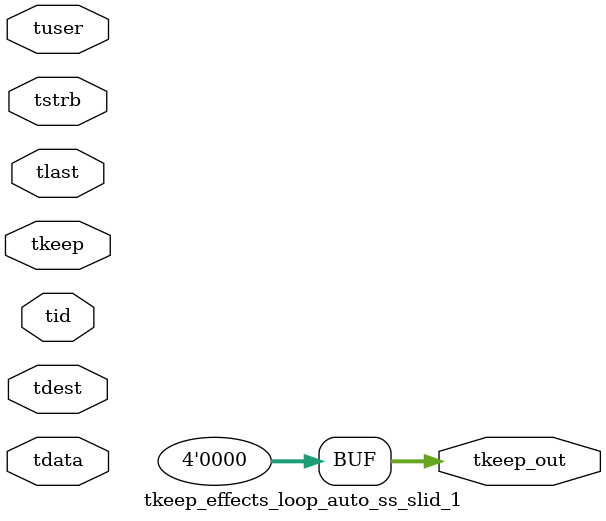
<source format=v>


`timescale 1ps/1ps

module tkeep_effects_loop_auto_ss_slid_1 #
(
parameter C_S_AXIS_TDATA_WIDTH = 32,
parameter C_S_AXIS_TUSER_WIDTH = 0,
parameter C_S_AXIS_TID_WIDTH   = 0,
parameter C_S_AXIS_TDEST_WIDTH = 0,
parameter C_M_AXIS_TDATA_WIDTH = 32
)
(
input  [(C_S_AXIS_TDATA_WIDTH == 0 ? 1 : C_S_AXIS_TDATA_WIDTH)-1:0     ] tdata,
input  [(C_S_AXIS_TUSER_WIDTH == 0 ? 1 : C_S_AXIS_TUSER_WIDTH)-1:0     ] tuser,
input  [(C_S_AXIS_TID_WIDTH   == 0 ? 1 : C_S_AXIS_TID_WIDTH)-1:0       ] tid,
input  [(C_S_AXIS_TDEST_WIDTH == 0 ? 1 : C_S_AXIS_TDEST_WIDTH)-1:0     ] tdest,
input  [(C_S_AXIS_TDATA_WIDTH/8)-1:0 ] tkeep,
input  [(C_S_AXIS_TDATA_WIDTH/8)-1:0 ] tstrb,
input                                                                    tlast,
output [(C_M_AXIS_TDATA_WIDTH/8)-1:0 ] tkeep_out
);

assign tkeep_out = {1'b0};

endmodule


</source>
